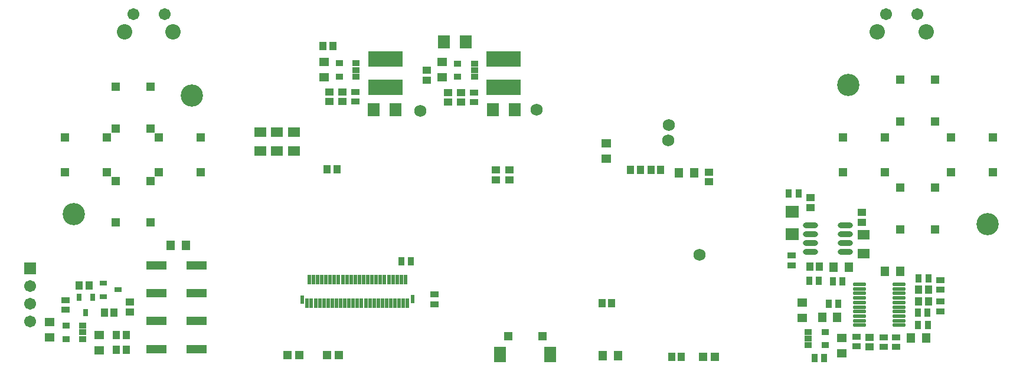
<source format=gts>
%FSLAX25Y25*%
%MOIN*%
G70*
G01*
G75*
G04 Layer_Color=8388736*
%ADD10R,0.04331X0.03937*%
%ADD11R,0.05000X0.04000*%
%ADD12R,0.03937X0.02756*%
%ADD13R,0.04000X0.03500*%
%ADD14R,0.04000X0.05000*%
%ADD15R,0.02756X0.03937*%
%ADD16R,0.03500X0.04000*%
%ADD17R,0.05906X0.04724*%
%ADD18R,0.06496X0.06299*%
%ADD19O,0.07874X0.02362*%
%ADD20O,0.06693X0.01378*%
%ADD21R,0.03543X0.02559*%
%ADD22C,0.06063*%
%ADD23R,0.06299X0.06496*%
%ADD24R,0.03347X0.02362*%
%ADD25R,0.02362X0.03347*%
%ADD26R,0.18504X0.07874*%
%ADD27R,0.01575X0.03937*%
%ADD28R,0.01181X0.04724*%
%ADD29R,0.03937X0.04331*%
%ADD30R,0.10827X0.03937*%
%ADD31C,0.01000*%
%ADD32C,0.00700*%
%ADD33C,0.01200*%
%ADD34C,0.06000*%
%ADD35C,0.02000*%
%ADD36C,0.04000*%
%ADD37C,0.03000*%
%ADD38R,0.18110X0.12598*%
%ADD39R,0.27559X0.09055*%
%ADD40R,0.27953X0.09449*%
%ADD41R,0.11417X0.12992*%
%ADD42R,0.05906X0.07874*%
%ADD43R,0.05906X0.05906*%
%ADD44C,0.05906*%
%ADD45C,0.11811*%
%ADD46C,0.07874*%
%ADD47C,0.02400*%
%ADD48C,0.06693*%
%ADD49C,0.04724*%
%ADD50C,0.05512*%
%ADD51C,0.03937*%
%ADD52C,0.04000*%
%ADD53R,0.05000X0.12000*%
%ADD54O,0.09843X0.05906*%
%ADD55R,0.07677X0.05512*%
%ADD56R,0.03150X0.06299*%
%ADD57R,0.03347X0.06299*%
%ADD58R,0.06299X0.13780*%
%ADD59R,0.05906X0.12205*%
%ADD60R,0.05512X0.13780*%
%ADD61R,0.04724X0.12205*%
%ADD62O,0.01378X0.06693*%
%ADD63R,0.02559X0.04331*%
%ADD64R,0.14567X0.05906*%
%ADD65R,0.07087X0.09449*%
%ADD66R,0.07087X0.07480*%
%ADD67R,0.01575X0.05906*%
%ADD68R,0.00984X0.02756*%
%ADD69R,0.05512X0.00984*%
%ADD70R,0.02756X0.00984*%
G04:AMPARAMS|DCode=71|XSize=27.56mil|YSize=9.84mil|CornerRadius=3.69mil|HoleSize=0mil|Usage=FLASHONLY|Rotation=0.000|XOffset=0mil|YOffset=0mil|HoleType=Round|Shape=RoundedRectangle|*
%AMROUNDEDRECTD71*
21,1,0.02756,0.00246,0,0,0.0*
21,1,0.02018,0.00984,0,0,0.0*
1,1,0.00738,0.01009,-0.00123*
1,1,0.00738,-0.01009,-0.00123*
1,1,0.00738,-0.01009,0.00123*
1,1,0.00738,0.01009,0.00123*
%
%ADD71ROUNDEDRECTD71*%
%ADD72R,0.04724X0.02362*%
%ADD73R,0.13780X0.04724*%
%ADD74R,0.13386X0.07874*%
%ADD75R,0.01378X0.11811*%
%ADD76R,0.11811X0.12598*%
%ADD77R,0.07874X0.18504*%
%ADD78R,0.07874X0.05512*%
%ADD79R,0.05512X0.02362*%
%ADD80R,0.05512X0.02953*%
%ADD81R,0.03150X0.05118*%
%ADD82R,0.02362X0.04724*%
%ADD83R,0.06071X0.06000*%
%ADD84R,0.06000X0.06000*%
%ADD85C,0.01258*%
%ADD86C,0.00787*%
%ADD87C,0.00500*%
%ADD88C,0.00984*%
%ADD89C,0.02362*%
%ADD90C,0.00780*%
%ADD91C,0.00600*%
%ADD92C,0.00800*%
%ADD93R,0.12050X0.04000*%
%ADD94R,0.04000X0.12050*%
%ADD95R,0.07480X0.11811*%
%ADD96R,0.11811X0.07480*%
%ADD97R,0.05131X0.04737*%
%ADD98R,0.05800X0.04800*%
%ADD99R,0.04737X0.03556*%
%ADD100R,0.04800X0.04300*%
%ADD101R,0.04800X0.05800*%
%ADD102R,0.03556X0.04737*%
%ADD103R,0.04300X0.04800*%
%ADD104R,0.06706X0.05524*%
%ADD105R,0.07296X0.07099*%
%ADD106O,0.08674X0.03162*%
%ADD107O,0.07493X0.02178*%
%ADD108R,0.04343X0.03359*%
%ADD109C,0.06863*%
%ADD110R,0.07099X0.07296*%
%ADD111R,0.04147X0.03162*%
%ADD112R,0.03162X0.04147*%
%ADD113R,0.19304X0.08674*%
%ADD114R,0.02375X0.04737*%
%ADD115R,0.01981X0.05524*%
%ADD116R,0.04737X0.05131*%
%ADD117R,0.11627X0.04737*%
%ADD118R,0.06706X0.08674*%
%ADD119R,0.06706X0.06706*%
%ADD120C,0.06706*%
%ADD121C,0.12611*%
%ADD122C,0.08674*%
D97*
X-112043Y-103800D02*
D03*
X-105350Y-103800D02*
D03*
X-127751Y-103800D02*
D03*
X-134443Y-103800D02*
D03*
X100197Y-104724D02*
D03*
X106890Y-104724D02*
D03*
X211772Y-9331D02*
D03*
Y-32953D02*
D03*
X231457D02*
D03*
Y-9331D02*
D03*
Y28071D02*
D03*
Y51693D02*
D03*
X211772D02*
D03*
Y28071D02*
D03*
X-211772Y24134D02*
D03*
Y47756D02*
D03*
X-231457D02*
D03*
Y24134D02*
D03*
Y-5394D02*
D03*
Y-29016D02*
D03*
X-211772D02*
D03*
Y-5394D02*
D03*
D98*
X178859Y-102751D02*
D03*
Y-94100D02*
D03*
X156500Y-74175D02*
D03*
Y-82825D02*
D03*
X45669Y15743D02*
D03*
Y7092D02*
D03*
X-46850Y53155D02*
D03*
Y61806D02*
D03*
X-113779Y53150D02*
D03*
Y61800D02*
D03*
X-268650Y-85175D02*
D03*
Y-93825D02*
D03*
X-240650Y-92675D02*
D03*
Y-101325D02*
D03*
D99*
X187000Y-93500D02*
D03*
Y-99012D02*
D03*
X202500Y-99256D02*
D03*
Y-93744D02*
D03*
X209500D02*
D03*
Y-99256D02*
D03*
X234252Y-66929D02*
D03*
Y-61417D02*
D03*
X234390Y-79181D02*
D03*
Y-73669D02*
D03*
X150394Y-47638D02*
D03*
Y-53150D02*
D03*
X-51300Y-75056D02*
D03*
Y-69544D02*
D03*
X-29134Y44488D02*
D03*
Y38976D02*
D03*
X-96063Y44888D02*
D03*
Y39376D02*
D03*
X-259650Y-72744D02*
D03*
Y-78256D02*
D03*
D100*
X194500Y-99250D02*
D03*
Y-93750D02*
D03*
X190157Y-28734D02*
D03*
Y-23234D02*
D03*
X161024Y-20467D02*
D03*
Y-14966D02*
D03*
X103543Y-5900D02*
D03*
Y-400D02*
D03*
X-16535Y-4719D02*
D03*
Y781D02*
D03*
X-9105Y-4719D02*
D03*
Y781D02*
D03*
X-55512Y57081D02*
D03*
Y51581D02*
D03*
X-36270Y39095D02*
D03*
Y44595D02*
D03*
X-43751Y39101D02*
D03*
Y44601D02*
D03*
X-103200Y39382D02*
D03*
Y44882D02*
D03*
X-110630Y39382D02*
D03*
Y44882D02*
D03*
X-223150Y-79500D02*
D03*
Y-74000D02*
D03*
D101*
X226373Y-94095D02*
D03*
X217722D02*
D03*
X211684Y-56425D02*
D03*
X203033D02*
D03*
X174026Y-54331D02*
D03*
X182677D02*
D03*
X176184Y-82425D02*
D03*
X167533D02*
D03*
X43711Y-104331D02*
D03*
X52362D02*
D03*
X-200325Y-42000D02*
D03*
X-191675D02*
D03*
X86620Y-787D02*
D03*
X95270D02*
D03*
D102*
X221847Y-86713D02*
D03*
X227359D02*
D03*
X227115Y-79925D02*
D03*
X221603D02*
D03*
X222103Y-60425D02*
D03*
X227615D02*
D03*
X154331Y-12593D02*
D03*
X148819D02*
D03*
X173622Y-62205D02*
D03*
X179134D02*
D03*
X165748Y-61811D02*
D03*
X160236D02*
D03*
X171347Y-74925D02*
D03*
X176859D02*
D03*
X168756Y-105500D02*
D03*
X163244D02*
D03*
X-70079Y-50787D02*
D03*
X-64567D02*
D03*
D103*
X222109Y-73425D02*
D03*
X227609D02*
D03*
X222109Y-66925D02*
D03*
X227609D02*
D03*
X166136Y-53937D02*
D03*
X160636D02*
D03*
X88183Y-104724D02*
D03*
X82683D02*
D03*
X76372Y787D02*
D03*
X70872D02*
D03*
X59455D02*
D03*
X64955D02*
D03*
X-114167Y70866D02*
D03*
X-108667D02*
D03*
X-246400Y-64500D02*
D03*
X-251900D02*
D03*
X-230900Y-101000D02*
D03*
X-225400D02*
D03*
Y-92500D02*
D03*
X-230900D02*
D03*
X-232283Y-79921D02*
D03*
X-237784D02*
D03*
X-106305Y1181D02*
D03*
X-111805D02*
D03*
X48813Y-74410D02*
D03*
X43313D02*
D03*
D104*
X190945Y-46654D02*
D03*
Y-36024D02*
D03*
X-130709Y22244D02*
D03*
Y11614D02*
D03*
X-140157Y22244D02*
D03*
Y11614D02*
D03*
X-149606Y22244D02*
D03*
Y11614D02*
D03*
D105*
X150787Y-35433D02*
D03*
Y-22933D02*
D03*
D106*
X161024Y-30689D02*
D03*
Y-35689D02*
D03*
Y-40689D02*
D03*
Y-45689D02*
D03*
X180709Y-30689D02*
D03*
Y-35689D02*
D03*
Y-40689D02*
D03*
Y-45689D02*
D03*
D107*
X188638Y-63909D02*
D03*
Y-66469D02*
D03*
Y-69028D02*
D03*
Y-71587D02*
D03*
Y-74146D02*
D03*
Y-76705D02*
D03*
Y-79264D02*
D03*
Y-81823D02*
D03*
Y-84382D02*
D03*
Y-86941D02*
D03*
X211079Y-63909D02*
D03*
Y-66469D02*
D03*
Y-69028D02*
D03*
Y-71587D02*
D03*
Y-74146D02*
D03*
Y-76705D02*
D03*
Y-79264D02*
D03*
Y-81823D02*
D03*
Y-84382D02*
D03*
Y-86941D02*
D03*
D108*
X159776Y-90760D02*
D03*
Y-94500D02*
D03*
Y-98240D02*
D03*
X169224D02*
D03*
Y-90760D02*
D03*
X-28740Y53347D02*
D03*
Y57087D02*
D03*
Y60827D02*
D03*
X-38189D02*
D03*
Y53347D02*
D03*
X-95579Y53516D02*
D03*
Y57256D02*
D03*
Y60996D02*
D03*
X-105028D02*
D03*
Y53516D02*
D03*
X-249925Y-94740D02*
D03*
Y-91000D02*
D03*
Y-87260D02*
D03*
X-259374D02*
D03*
Y-94740D02*
D03*
D109*
X98425Y-47244D02*
D03*
X6299Y34646D02*
D03*
X-59449Y34252D02*
D03*
X81102Y26002D02*
D03*
X80709Y17323D02*
D03*
D110*
X-5906Y34646D02*
D03*
X-18406D02*
D03*
X-73228D02*
D03*
X-85728D02*
D03*
X-46063Y73228D02*
D03*
X-33563D02*
D03*
D111*
X-238382Y-63260D02*
D03*
Y-70740D02*
D03*
X-229917Y-67000D02*
D03*
D112*
X-244409Y-71268D02*
D03*
X-251890D02*
D03*
X-248150Y-79732D02*
D03*
D113*
X-79134Y63598D02*
D03*
Y47425D02*
D03*
X-12205Y63598D02*
D03*
Y47425D02*
D03*
D114*
X-125945Y-72520D02*
D03*
X-63740Y-72126D02*
D03*
D115*
X-79488Y-61102D02*
D03*
X-72402D02*
D03*
X-80669Y-74488D02*
D03*
X-96024Y-61102D02*
D03*
X-88937D02*
D03*
X-112559D02*
D03*
X-111378Y-74488D02*
D03*
X-104291D02*
D03*
X-97205D02*
D03*
X-87756D02*
D03*
X-119646Y-61102D02*
D03*
X-120827Y-74488D02*
D03*
X-70039Y-61102D02*
D03*
X-67677D02*
D03*
X-68858Y-74488D02*
D03*
X-71220D02*
D03*
X-66496D02*
D03*
X-77126Y-61102D02*
D03*
X-74764D02*
D03*
X-78307Y-74488D02*
D03*
X-73583D02*
D03*
X-75945D02*
D03*
X-84213Y-61102D02*
D03*
X-86575D02*
D03*
X-81850D02*
D03*
X-85394Y-74488D02*
D03*
X-83031D02*
D03*
X-93661Y-61102D02*
D03*
X-91299D02*
D03*
X-92480Y-74488D02*
D03*
X-94843D02*
D03*
X-90118D02*
D03*
X-100748Y-61102D02*
D03*
X-103110D02*
D03*
X-98386D02*
D03*
X-101929Y-74488D02*
D03*
X-99567D02*
D03*
X-110197Y-61102D02*
D03*
X-105473D02*
D03*
X-107835D02*
D03*
X-109016Y-74488D02*
D03*
X-106654D02*
D03*
X-117283Y-61102D02*
D03*
X-114921D02*
D03*
X-118465Y-74488D02*
D03*
X-116102D02*
D03*
X-113740D02*
D03*
X-122008Y-61102D02*
D03*
X-123189Y-74488D02*
D03*
D116*
X-236378Y19213D02*
D03*
X-260000D02*
D03*
Y-472D02*
D03*
X-236378D02*
D03*
X202913Y19213D02*
D03*
X179291D02*
D03*
Y-472D02*
D03*
X202913D02*
D03*
X240315D02*
D03*
X263937D02*
D03*
Y19213D02*
D03*
X240315D02*
D03*
X-206850Y-472D02*
D03*
X-183228D02*
D03*
Y19213D02*
D03*
X-206850D02*
D03*
X-9646Y-93079D02*
D03*
X9646D02*
D03*
D117*
X-185531Y-84646D02*
D03*
X-208169D02*
D03*
X-185531Y-100394D02*
D03*
X-208169D02*
D03*
Y-68898D02*
D03*
X-185531D02*
D03*
X-208169Y-53150D02*
D03*
X-185531D02*
D03*
D118*
X14173Y-103512D02*
D03*
X-14173D02*
D03*
D119*
X-279528Y-54803D02*
D03*
D120*
Y-64803D02*
D03*
Y-74803D02*
D03*
Y-84803D02*
D03*
X-203740Y88677D02*
D03*
X-221457D02*
D03*
X203740D02*
D03*
X221457D02*
D03*
D121*
X-188150Y42835D02*
D03*
X-255079Y-24094D02*
D03*
X260984Y-30000D02*
D03*
X182244Y48740D02*
D03*
D122*
X-198819Y78835D02*
D03*
X-226378D02*
D03*
X198819D02*
D03*
X226378D02*
D03*
M02*

</source>
